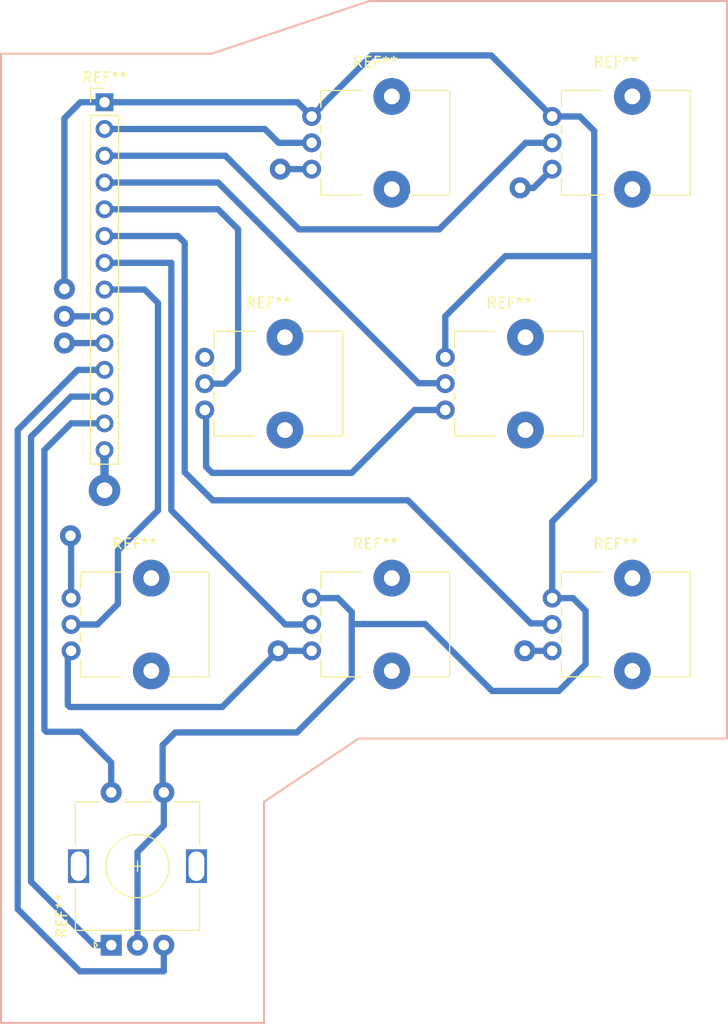
<source format=kicad_pcb>
(kicad_pcb (version 20171130) (host pcbnew "(5.0.2)-1")

  (general
    (thickness 1.6)
    (drawings 12)
    (tracks 129)
    (zones 0)
    (modules 9)
    (nets 1)
  )

  (page User 162.001 119.99)
  (layers
    (0 F.Cu signal hide)
    (31 B.Cu signal)
    (32 B.Adhes user hide)
    (33 F.Adhes user hide)
    (34 B.Paste user hide)
    (35 F.Paste user hide)
    (36 B.SilkS user)
    (37 F.SilkS user)
    (38 B.Mask user hide)
    (39 F.Mask user hide)
    (40 Dwgs.User user hide)
    (41 Cmts.User user hide)
    (42 Eco1.User user hide)
    (43 Eco2.User user)
    (44 Edge.Cuts user hide)
    (45 Margin user hide)
    (46 B.CrtYd user hide)
    (47 F.CrtYd user hide)
    (48 B.Fab user hide)
    (49 F.Fab user hide)
  )

  (setup
    (last_trace_width 0.25)
    (user_trace_width 0.4)
    (user_trace_width 0.6)
    (user_trace_width 0.8)
    (trace_clearance 0.2)
    (zone_clearance 0.508)
    (zone_45_only no)
    (trace_min 0.2)
    (segment_width 0.2)
    (edge_width 0.15)
    (via_size 0.8)
    (via_drill 0.4)
    (via_min_size 0.4)
    (via_min_drill 0.3)
    (user_via 2 1)
    (user_via 3 1.5)
    (uvia_size 0.3)
    (uvia_drill 0.1)
    (uvias_allowed no)
    (uvia_min_size 0.2)
    (uvia_min_drill 0.1)
    (pcb_text_width 0.3)
    (pcb_text_size 1.5 1.5)
    (mod_edge_width 0.15)
    (mod_text_size 1 1)
    (mod_text_width 0.15)
    (pad_size 1.6 1.6)
    (pad_drill 1.1)
    (pad_to_mask_clearance 0.051)
    (solder_mask_min_width 0.25)
    (aux_axis_origin 0.235 120.85)
    (grid_origin 0.235 120.85)
    (visible_elements 7FFFFFFF)
    (pcbplotparams
      (layerselection 0x00010_fffffffe)
      (usegerberextensions false)
      (usegerberattributes false)
      (usegerberadvancedattributes false)
      (creategerberjobfile false)
      (excludeedgelayer true)
      (linewidth 0.100000)
      (plotframeref false)
      (viasonmask false)
      (mode 1)
      (useauxorigin true)
      (hpglpennumber 1)
      (hpglpenspeed 20)
      (hpglpendiameter 15.000000)
      (psnegative false)
      (psa4output false)
      (plotreference false)
      (plotvalue false)
      (plotinvisibletext false)
      (padsonsilk false)
      (subtractmaskfromsilk false)
      (outputformat 1)
      (mirror false)
      (drillshape 0)
      (scaleselection 1)
      (outputdirectory "./"))
  )

  (net 0 "")

  (net_class Default "Dies ist die voreingestellte Netzklasse."
    (clearance 0.2)
    (trace_width 0.25)
    (via_dia 0.8)
    (via_drill 0.4)
    (uvia_dia 0.3)
    (uvia_drill 0.1)
  )

  (module Rotary_Encoder:RotaryEncoder_Alps_EC11E-Switch_Vertical_H20mm (layer F.Cu) (tedit 5C252DC4) (tstamp 5C2572F9)
    (at 10.626358 112.144736 90)
    (descr "Alps rotary encoder, EC12E... with switch, vertical shaft, http://www.alps.com/prod/info/E/HTML/Encoder/Incremental/EC11/EC11E15204A3.html")
    (tags "rotary encoder")
    (fp_text reference REF** (at 2.8 -4.7 90) (layer F.SilkS)
      (effects (font (size 1 1) (thickness 0.15)))
    )
    (fp_text value RotaryEncoder_Alps_EC11E-Switch_Vertical_H20mm (at 7.5 10.4 90) (layer F.Fab)
      (effects (font (size 1 1) (thickness 0.15)))
    )
    (fp_circle (center 7.5 2.5) (end 10.5 2.5) (layer F.Fab) (width 0.12))
    (fp_circle (center 7.5 2.5) (end 10.5 2.5) (layer F.SilkS) (width 0.12))
    (fp_line (start 16 9.6) (end -1.5 9.6) (layer F.CrtYd) (width 0.05))
    (fp_line (start 16 9.6) (end 16 -4.6) (layer F.CrtYd) (width 0.05))
    (fp_line (start -1.5 -4.6) (end -1.5 9.6) (layer F.CrtYd) (width 0.05))
    (fp_line (start -1.5 -4.6) (end 16 -4.6) (layer F.CrtYd) (width 0.05))
    (fp_line (start 2.5 -3.3) (end 13.5 -3.3) (layer F.Fab) (width 0.12))
    (fp_line (start 13.5 -3.3) (end 13.5 8.3) (layer F.Fab) (width 0.12))
    (fp_line (start 13.5 8.3) (end 1.5 8.3) (layer F.Fab) (width 0.12))
    (fp_line (start 1.5 8.3) (end 1.5 -2.2) (layer F.Fab) (width 0.12))
    (fp_line (start 1.5 -2.2) (end 2.5 -3.3) (layer F.Fab) (width 0.12))
    (fp_line (start 9.5 -3.4) (end 13.6 -3.4) (layer F.SilkS) (width 0.12))
    (fp_line (start 13.6 8.4) (end 9.5 8.4) (layer F.SilkS) (width 0.12))
    (fp_line (start 5.5 8.4) (end 1.4 8.4) (layer F.SilkS) (width 0.12))
    (fp_line (start 5.5 -3.4) (end 1.4 -3.4) (layer F.SilkS) (width 0.12))
    (fp_line (start 1.4 -3.4) (end 1.4 8.4) (layer F.SilkS) (width 0.12))
    (fp_line (start 0 -1.3) (end -0.3 -1.6) (layer F.SilkS) (width 0.12))
    (fp_line (start -0.3 -1.6) (end 0.3 -1.6) (layer F.SilkS) (width 0.12))
    (fp_line (start 0.3 -1.6) (end 0 -1.3) (layer F.SilkS) (width 0.12))
    (fp_line (start 7.5 -0.5) (end 7.5 5.5) (layer F.Fab) (width 0.12))
    (fp_line (start 4.5 2.5) (end 10.5 2.5) (layer F.Fab) (width 0.12))
    (fp_line (start 13.6 -3.4) (end 13.6 -1) (layer F.SilkS) (width 0.12))
    (fp_line (start 13.6 1.2) (end 13.6 3.8) (layer F.SilkS) (width 0.12))
    (fp_line (start 13.6 6) (end 13.6 8.4) (layer F.SilkS) (width 0.12))
    (fp_line (start 7.5 2) (end 7.5 3) (layer F.SilkS) (width 0.12))
    (fp_line (start 7 2.5) (end 8 2.5) (layer F.SilkS) (width 0.12))
    (fp_text user %R (at 11.1 6.3 90) (layer F.Fab)
      (effects (font (size 1 1) (thickness 0.15)))
    )
    (fp_circle (center 7.5 2.5) (end 11.3 2.5) (layer Eco2.User) (width 0.15))
    (pad A thru_hole rect (at 0 0 90) (size 2 2) (drill 1) (layers *.Cu *.Mask))
    (pad C thru_hole circle (at 0 2.5 90) (size 2 2) (drill 1) (layers *.Cu *.Mask))
    (pad B thru_hole circle (at 0 5 90) (size 2 2) (drill 1) (layers *.Cu *.Mask))
    (pad MP thru_hole rect (at 7.5 -3.1 90) (size 3.2 2) (drill oval 2.8 1.5) (layers *.Cu *.Mask))
    (pad MP thru_hole rect (at 7.5 8.1 90) (size 3.2 2) (drill oval 2.8 1.5) (layers *.Cu *.Mask))
    (pad S2 thru_hole circle (at 14.5 0 90) (size 2 2) (drill 1) (layers *.Cu *.Mask))
    (pad S1 thru_hole circle (at 14.5 5 90) (size 2 2) (drill 1) (layers *.Cu *.Mask))
    (model ${KISYS3DMOD}/Rotary_Encoder.3dshapes/RotaryEncoder_Alps_EC11E-Switch_Vertical_H20mm.wrl
      (at (xyz 0 0 0))
      (scale (xyz 1 1 1))
      (rotate (xyz 0 0 0))
    )
  )

  (module Potentiometer_THT:Potentiometer_Bourns_PTV09A-1_Single_Vertical (layer F.Cu) (tedit 5C252CBA) (tstamp 5C254DF7)
    (at 29.676358 84.204736)
    (descr "Potentiometer, vertical, Bourns PTV09A-1 Single, http://www.bourns.com/docs/Product-Datasheets/ptv09.pdf")
    (tags "Potentiometer vertical Bourns PTV09A-1 Single")
    (fp_text reference REF** (at 6.05 -10.15) (layer F.SilkS)
      (effects (font (size 1 1) (thickness 0.15)))
    )
    (fp_text value Potentiometer_Bourns_PTV09A-1_Single_Vertical (at 6.05 5.15) (layer F.Fab)
      (effects (font (size 1 1) (thickness 0.15)))
    )
    (fp_text user %R (at 2 -2.5 -270) (layer F.Fab)
      (effects (font (size 1 1) (thickness 0.15)))
    )
    (fp_line (start 13.25 -9.15) (end -1.15 -9.15) (layer F.CrtYd) (width 0.05))
    (fp_line (start 13.25 4.15) (end 13.25 -9.15) (layer F.CrtYd) (width 0.05))
    (fp_line (start -1.15 4.15) (end 13.25 4.15) (layer F.CrtYd) (width 0.05))
    (fp_line (start -1.15 -9.15) (end -1.15 4.15) (layer F.CrtYd) (width 0.05))
    (fp_line (start 13.12 -7.47) (end 13.12 2.47) (layer F.SilkS) (width 0.12))
    (fp_line (start 0.88 0.87) (end 0.88 2.47) (layer F.SilkS) (width 0.12))
    (fp_line (start 0.88 -1.629) (end 0.88 -0.87) (layer F.SilkS) (width 0.12))
    (fp_line (start 0.88 -4.129) (end 0.88 -3.37) (layer F.SilkS) (width 0.12))
    (fp_line (start 0.88 -7.47) (end 0.88 -5.871) (layer F.SilkS) (width 0.12))
    (fp_line (start 9.255 2.47) (end 13.12 2.47) (layer F.SilkS) (width 0.12))
    (fp_line (start 0.88 2.47) (end 4.745 2.47) (layer F.SilkS) (width 0.12))
    (fp_line (start 9.255 -7.47) (end 13.12 -7.47) (layer F.SilkS) (width 0.12))
    (fp_line (start 0.88 -7.47) (end 4.745 -7.47) (layer F.SilkS) (width 0.12))
    (fp_line (start 13 -7.35) (end 1 -7.35) (layer F.Fab) (width 0.1))
    (fp_line (start 13 2.35) (end 13 -7.35) (layer F.Fab) (width 0.1))
    (fp_line (start 1 2.35) (end 13 2.35) (layer F.Fab) (width 0.1))
    (fp_line (start 1 -7.35) (end 1 2.35) (layer F.Fab) (width 0.1))
    (fp_circle (center 7.493 -2.54) (end 11.176 -2.54) (layer Eco2.User) (width 0.15))
    (pad 1 thru_hole circle (at 0 0) (size 1.8 1.8) (drill 1) (layers *.Cu *.Mask))
    (pad 2 thru_hole circle (at 0 -2.5) (size 1.8 1.8) (drill 1) (layers *.Cu *.Mask))
    (pad 3 thru_hole circle (at 0 -5) (size 1.8 1.8) (drill 1) (layers *.Cu *.Mask))
    (pad 4 thru_hole circle (at 7.62 -6.9) (size 3.5 3.5) (drill 1.5) (layers *.Cu *.Mask))
    (pad 5 thru_hole circle (at 7.62 1.905) (size 3.5 3.5) (drill 1.5) (layers *.Cu *.Mask))
    (model ${KISYS3DMOD}/Potentiometer_THT.3dshapes/Potentiometer_Bourns_PTV09A-1_Single_Vertical.wrl
      (at (xyz 0 0 0))
      (scale (xyz 1 1 1))
      (rotate (xyz 0 0 0))
    )
  )

  (module Potentiometer_THT:Potentiometer_Bourns_PTV09A-1_Single_Vertical (layer F.Cu) (tedit 5C252CBA) (tstamp 5C254DC1)
    (at 52.536358 84.204736)
    (descr "Potentiometer, vertical, Bourns PTV09A-1 Single, http://www.bourns.com/docs/Product-Datasheets/ptv09.pdf")
    (tags "Potentiometer vertical Bourns PTV09A-1 Single")
    (fp_text reference REF** (at 6.05 -10.15) (layer F.SilkS)
      (effects (font (size 1 1) (thickness 0.15)))
    )
    (fp_text value Potentiometer_Bourns_PTV09A-1_Single_Vertical (at 6.05 5.15) (layer F.Fab)
      (effects (font (size 1 1) (thickness 0.15)))
    )
    (fp_circle (center 7.493 -2.54) (end 11.176 -2.54) (layer Eco2.User) (width 0.15))
    (fp_line (start 1 -7.35) (end 1 2.35) (layer F.Fab) (width 0.1))
    (fp_line (start 1 2.35) (end 13 2.35) (layer F.Fab) (width 0.1))
    (fp_line (start 13 2.35) (end 13 -7.35) (layer F.Fab) (width 0.1))
    (fp_line (start 13 -7.35) (end 1 -7.35) (layer F.Fab) (width 0.1))
    (fp_line (start 0.88 -7.47) (end 4.745 -7.47) (layer F.SilkS) (width 0.12))
    (fp_line (start 9.255 -7.47) (end 13.12 -7.47) (layer F.SilkS) (width 0.12))
    (fp_line (start 0.88 2.47) (end 4.745 2.47) (layer F.SilkS) (width 0.12))
    (fp_line (start 9.255 2.47) (end 13.12 2.47) (layer F.SilkS) (width 0.12))
    (fp_line (start 0.88 -7.47) (end 0.88 -5.871) (layer F.SilkS) (width 0.12))
    (fp_line (start 0.88 -4.129) (end 0.88 -3.37) (layer F.SilkS) (width 0.12))
    (fp_line (start 0.88 -1.629) (end 0.88 -0.87) (layer F.SilkS) (width 0.12))
    (fp_line (start 0.88 0.87) (end 0.88 2.47) (layer F.SilkS) (width 0.12))
    (fp_line (start 13.12 -7.47) (end 13.12 2.47) (layer F.SilkS) (width 0.12))
    (fp_line (start -1.15 -9.15) (end -1.15 4.15) (layer F.CrtYd) (width 0.05))
    (fp_line (start -1.15 4.15) (end 13.25 4.15) (layer F.CrtYd) (width 0.05))
    (fp_line (start 13.25 4.15) (end 13.25 -9.15) (layer F.CrtYd) (width 0.05))
    (fp_line (start 13.25 -9.15) (end -1.15 -9.15) (layer F.CrtYd) (width 0.05))
    (fp_text user %R (at 2 -2.5 -270) (layer F.Fab)
      (effects (font (size 1 1) (thickness 0.15)))
    )
    (pad 5 thru_hole circle (at 7.62 1.905) (size 3.5 3.5) (drill 1.5) (layers *.Cu *.Mask))
    (pad 4 thru_hole circle (at 7.62 -6.9) (size 3.5 3.5) (drill 1.5) (layers *.Cu *.Mask))
    (pad 3 thru_hole circle (at 0 -5) (size 1.8 1.8) (drill 1) (layers *.Cu *.Mask))
    (pad 2 thru_hole circle (at 0 -2.5) (size 1.8 1.8) (drill 1) (layers *.Cu *.Mask))
    (pad 1 thru_hole circle (at 0 0) (size 1.8 1.8) (drill 1) (layers *.Cu *.Mask))
    (model ${KISYS3DMOD}/Potentiometer_THT.3dshapes/Potentiometer_Bourns_PTV09A-1_Single_Vertical.wrl
      (at (xyz 0 0 0))
      (scale (xyz 1 1 1))
      (rotate (xyz 0 0 0))
    )
  )

  (module Potentiometer_THT:Potentiometer_Bourns_PTV09A-1_Single_Vertical (layer F.Cu) (tedit 5C252CBA) (tstamp 5C254D8B)
    (at 42.376358 61.344736)
    (descr "Potentiometer, vertical, Bourns PTV09A-1 Single, http://www.bourns.com/docs/Product-Datasheets/ptv09.pdf")
    (tags "Potentiometer vertical Bourns PTV09A-1 Single")
    (fp_text reference REF** (at 6.05 -10.15) (layer F.SilkS)
      (effects (font (size 1 1) (thickness 0.15)))
    )
    (fp_text value Potentiometer_Bourns_PTV09A-1_Single_Vertical (at 6.05 5.15) (layer F.Fab)
      (effects (font (size 1 1) (thickness 0.15)))
    )
    (fp_text user %R (at 2 -2.5 -270) (layer F.Fab)
      (effects (font (size 1 1) (thickness 0.15)))
    )
    (fp_line (start 13.25 -9.15) (end -1.15 -9.15) (layer F.CrtYd) (width 0.05))
    (fp_line (start 13.25 4.15) (end 13.25 -9.15) (layer F.CrtYd) (width 0.05))
    (fp_line (start -1.15 4.15) (end 13.25 4.15) (layer F.CrtYd) (width 0.05))
    (fp_line (start -1.15 -9.15) (end -1.15 4.15) (layer F.CrtYd) (width 0.05))
    (fp_line (start 13.12 -7.47) (end 13.12 2.47) (layer F.SilkS) (width 0.12))
    (fp_line (start 0.88 0.87) (end 0.88 2.47) (layer F.SilkS) (width 0.12))
    (fp_line (start 0.88 -1.629) (end 0.88 -0.87) (layer F.SilkS) (width 0.12))
    (fp_line (start 0.88 -4.129) (end 0.88 -3.37) (layer F.SilkS) (width 0.12))
    (fp_line (start 0.88 -7.47) (end 0.88 -5.871) (layer F.SilkS) (width 0.12))
    (fp_line (start 9.255 2.47) (end 13.12 2.47) (layer F.SilkS) (width 0.12))
    (fp_line (start 0.88 2.47) (end 4.745 2.47) (layer F.SilkS) (width 0.12))
    (fp_line (start 9.255 -7.47) (end 13.12 -7.47) (layer F.SilkS) (width 0.12))
    (fp_line (start 0.88 -7.47) (end 4.745 -7.47) (layer F.SilkS) (width 0.12))
    (fp_line (start 13 -7.35) (end 1 -7.35) (layer F.Fab) (width 0.1))
    (fp_line (start 13 2.35) (end 13 -7.35) (layer F.Fab) (width 0.1))
    (fp_line (start 1 2.35) (end 13 2.35) (layer F.Fab) (width 0.1))
    (fp_line (start 1 -7.35) (end 1 2.35) (layer F.Fab) (width 0.1))
    (fp_circle (center 7.493 -2.54) (end 11.176 -2.54) (layer Eco2.User) (width 0.15))
    (pad 1 thru_hole circle (at 0 0) (size 1.8 1.8) (drill 1) (layers *.Cu *.Mask))
    (pad 2 thru_hole circle (at 0 -2.5) (size 1.8 1.8) (drill 1) (layers *.Cu *.Mask))
    (pad 3 thru_hole circle (at 0 -5) (size 1.8 1.8) (drill 1) (layers *.Cu *.Mask))
    (pad 4 thru_hole circle (at 7.62 -6.9) (size 3.5 3.5) (drill 1.5) (layers *.Cu *.Mask))
    (pad 5 thru_hole circle (at 7.62 1.905) (size 3.5 3.5) (drill 1.5) (layers *.Cu *.Mask))
    (model ${KISYS3DMOD}/Potentiometer_THT.3dshapes/Potentiometer_Bourns_PTV09A-1_Single_Vertical.wrl
      (at (xyz 0 0 0))
      (scale (xyz 1 1 1))
      (rotate (xyz 0 0 0))
    )
  )

  (module Potentiometer_THT:Potentiometer_Bourns_PTV09A-1_Single_Vertical (layer F.Cu) (tedit 5C252CBA) (tstamp 5C254D55)
    (at 52.536358 38.484736)
    (descr "Potentiometer, vertical, Bourns PTV09A-1 Single, http://www.bourns.com/docs/Product-Datasheets/ptv09.pdf")
    (tags "Potentiometer vertical Bourns PTV09A-1 Single")
    (fp_text reference REF** (at 6.05 -10.15) (layer F.SilkS)
      (effects (font (size 1 1) (thickness 0.15)))
    )
    (fp_text value Potentiometer_Bourns_PTV09A-1_Single_Vertical (at 6.05 5.15) (layer F.Fab)
      (effects (font (size 1 1) (thickness 0.15)))
    )
    (fp_circle (center 7.493 -2.54) (end 11.176 -2.54) (layer Eco2.User) (width 0.15))
    (fp_line (start 1 -7.35) (end 1 2.35) (layer F.Fab) (width 0.1))
    (fp_line (start 1 2.35) (end 13 2.35) (layer F.Fab) (width 0.1))
    (fp_line (start 13 2.35) (end 13 -7.35) (layer F.Fab) (width 0.1))
    (fp_line (start 13 -7.35) (end 1 -7.35) (layer F.Fab) (width 0.1))
    (fp_line (start 0.88 -7.47) (end 4.745 -7.47) (layer F.SilkS) (width 0.12))
    (fp_line (start 9.255 -7.47) (end 13.12 -7.47) (layer F.SilkS) (width 0.12))
    (fp_line (start 0.88 2.47) (end 4.745 2.47) (layer F.SilkS) (width 0.12))
    (fp_line (start 9.255 2.47) (end 13.12 2.47) (layer F.SilkS) (width 0.12))
    (fp_line (start 0.88 -7.47) (end 0.88 -5.871) (layer F.SilkS) (width 0.12))
    (fp_line (start 0.88 -4.129) (end 0.88 -3.37) (layer F.SilkS) (width 0.12))
    (fp_line (start 0.88 -1.629) (end 0.88 -0.87) (layer F.SilkS) (width 0.12))
    (fp_line (start 0.88 0.87) (end 0.88 2.47) (layer F.SilkS) (width 0.12))
    (fp_line (start 13.12 -7.47) (end 13.12 2.47) (layer F.SilkS) (width 0.12))
    (fp_line (start -1.15 -9.15) (end -1.15 4.15) (layer F.CrtYd) (width 0.05))
    (fp_line (start -1.15 4.15) (end 13.25 4.15) (layer F.CrtYd) (width 0.05))
    (fp_line (start 13.25 4.15) (end 13.25 -9.15) (layer F.CrtYd) (width 0.05))
    (fp_line (start 13.25 -9.15) (end -1.15 -9.15) (layer F.CrtYd) (width 0.05))
    (fp_text user %R (at 2 -2.5 -270) (layer F.Fab)
      (effects (font (size 1 1) (thickness 0.15)))
    )
    (pad 5 thru_hole circle (at 7.62 1.905) (size 3.5 3.5) (drill 1.5) (layers *.Cu *.Mask))
    (pad 4 thru_hole circle (at 7.62 -6.9) (size 3.5 3.5) (drill 1.5) (layers *.Cu *.Mask))
    (pad 3 thru_hole circle (at 0 -5) (size 1.8 1.8) (drill 1) (layers *.Cu *.Mask))
    (pad 2 thru_hole circle (at 0 -2.5) (size 1.8 1.8) (drill 1) (layers *.Cu *.Mask))
    (pad 1 thru_hole circle (at 0 0) (size 1.8 1.8) (drill 1) (layers *.Cu *.Mask))
    (model ${KISYS3DMOD}/Potentiometer_THT.3dshapes/Potentiometer_Bourns_PTV09A-1_Single_Vertical.wrl
      (at (xyz 0 0 0))
      (scale (xyz 1 1 1))
      (rotate (xyz 0 0 0))
    )
  )

  (module Potentiometer_THT:Potentiometer_Bourns_PTV09A-1_Single_Vertical (layer F.Cu) (tedit 5C252CBA) (tstamp 5C254D1F)
    (at 29.676358 38.484736)
    (descr "Potentiometer, vertical, Bourns PTV09A-1 Single, http://www.bourns.com/docs/Product-Datasheets/ptv09.pdf")
    (tags "Potentiometer vertical Bourns PTV09A-1 Single")
    (fp_text reference REF** (at 6.05 -10.15) (layer F.SilkS)
      (effects (font (size 1 1) (thickness 0.15)))
    )
    (fp_text value Potentiometer_Bourns_PTV09A-1_Single_Vertical (at 6.05 5.15) (layer F.Fab)
      (effects (font (size 1 1) (thickness 0.15)))
    )
    (fp_text user %R (at 2 -2.5 -270) (layer F.Fab)
      (effects (font (size 1 1) (thickness 0.15)))
    )
    (fp_line (start 13.25 -9.15) (end -1.15 -9.15) (layer F.CrtYd) (width 0.05))
    (fp_line (start 13.25 4.15) (end 13.25 -9.15) (layer F.CrtYd) (width 0.05))
    (fp_line (start -1.15 4.15) (end 13.25 4.15) (layer F.CrtYd) (width 0.05))
    (fp_line (start -1.15 -9.15) (end -1.15 4.15) (layer F.CrtYd) (width 0.05))
    (fp_line (start 13.12 -7.47) (end 13.12 2.47) (layer F.SilkS) (width 0.12))
    (fp_line (start 0.88 0.87) (end 0.88 2.47) (layer F.SilkS) (width 0.12))
    (fp_line (start 0.88 -1.629) (end 0.88 -0.87) (layer F.SilkS) (width 0.12))
    (fp_line (start 0.88 -4.129) (end 0.88 -3.37) (layer F.SilkS) (width 0.12))
    (fp_line (start 0.88 -7.47) (end 0.88 -5.871) (layer F.SilkS) (width 0.12))
    (fp_line (start 9.255 2.47) (end 13.12 2.47) (layer F.SilkS) (width 0.12))
    (fp_line (start 0.88 2.47) (end 4.745 2.47) (layer F.SilkS) (width 0.12))
    (fp_line (start 9.255 -7.47) (end 13.12 -7.47) (layer F.SilkS) (width 0.12))
    (fp_line (start 0.88 -7.47) (end 4.745 -7.47) (layer F.SilkS) (width 0.12))
    (fp_line (start 13 -7.35) (end 1 -7.35) (layer F.Fab) (width 0.1))
    (fp_line (start 13 2.35) (end 13 -7.35) (layer F.Fab) (width 0.1))
    (fp_line (start 1 2.35) (end 13 2.35) (layer F.Fab) (width 0.1))
    (fp_line (start 1 -7.35) (end 1 2.35) (layer F.Fab) (width 0.1))
    (fp_circle (center 7.493 -2.54) (end 11.176 -2.54) (layer Eco2.User) (width 0.15))
    (pad 1 thru_hole circle (at 0 0) (size 1.8 1.8) (drill 1) (layers *.Cu *.Mask))
    (pad 2 thru_hole circle (at 0 -2.5) (size 1.8 1.8) (drill 1) (layers *.Cu *.Mask))
    (pad 3 thru_hole circle (at 0 -5) (size 1.8 1.8) (drill 1) (layers *.Cu *.Mask))
    (pad 4 thru_hole circle (at 7.62 -6.9) (size 3.5 3.5) (drill 1.5) (layers *.Cu *.Mask))
    (pad 5 thru_hole circle (at 7.62 1.905) (size 3.5 3.5) (drill 1.5) (layers *.Cu *.Mask))
    (model ${KISYS3DMOD}/Potentiometer_THT.3dshapes/Potentiometer_Bourns_PTV09A-1_Single_Vertical.wrl
      (at (xyz 0 0 0))
      (scale (xyz 1 1 1))
      (rotate (xyz 0 0 0))
    )
  )

  (module Potentiometer_THT:Potentiometer_Bourns_PTV09A-1_Single_Vertical (layer F.Cu) (tedit 5C252CBA) (tstamp 5C254CE9)
    (at 19.516358 61.344736)
    (descr "Potentiometer, vertical, Bourns PTV09A-1 Single, http://www.bourns.com/docs/Product-Datasheets/ptv09.pdf")
    (tags "Potentiometer vertical Bourns PTV09A-1 Single")
    (fp_text reference REF** (at 6.05 -10.15) (layer F.SilkS)
      (effects (font (size 1 1) (thickness 0.15)))
    )
    (fp_text value Potentiometer_Bourns_PTV09A-1_Single_Vertical (at 6.05 5.15) (layer F.Fab)
      (effects (font (size 1 1) (thickness 0.15)))
    )
    (fp_circle (center 7.493 -2.54) (end 11.176 -2.54) (layer Eco2.User) (width 0.15))
    (fp_line (start 1 -7.35) (end 1 2.35) (layer F.Fab) (width 0.1))
    (fp_line (start 1 2.35) (end 13 2.35) (layer F.Fab) (width 0.1))
    (fp_line (start 13 2.35) (end 13 -7.35) (layer F.Fab) (width 0.1))
    (fp_line (start 13 -7.35) (end 1 -7.35) (layer F.Fab) (width 0.1))
    (fp_line (start 0.88 -7.47) (end 4.745 -7.47) (layer F.SilkS) (width 0.12))
    (fp_line (start 9.255 -7.47) (end 13.12 -7.47) (layer F.SilkS) (width 0.12))
    (fp_line (start 0.88 2.47) (end 4.745 2.47) (layer F.SilkS) (width 0.12))
    (fp_line (start 9.255 2.47) (end 13.12 2.47) (layer F.SilkS) (width 0.12))
    (fp_line (start 0.88 -7.47) (end 0.88 -5.871) (layer F.SilkS) (width 0.12))
    (fp_line (start 0.88 -4.129) (end 0.88 -3.37) (layer F.SilkS) (width 0.12))
    (fp_line (start 0.88 -1.629) (end 0.88 -0.87) (layer F.SilkS) (width 0.12))
    (fp_line (start 0.88 0.87) (end 0.88 2.47) (layer F.SilkS) (width 0.12))
    (fp_line (start 13.12 -7.47) (end 13.12 2.47) (layer F.SilkS) (width 0.12))
    (fp_line (start -1.15 -9.15) (end -1.15 4.15) (layer F.CrtYd) (width 0.05))
    (fp_line (start -1.15 4.15) (end 13.25 4.15) (layer F.CrtYd) (width 0.05))
    (fp_line (start 13.25 4.15) (end 13.25 -9.15) (layer F.CrtYd) (width 0.05))
    (fp_line (start 13.25 -9.15) (end -1.15 -9.15) (layer F.CrtYd) (width 0.05))
    (fp_text user %R (at 2 -2.5 -270) (layer F.Fab)
      (effects (font (size 1 1) (thickness 0.15)))
    )
    (pad 5 thru_hole circle (at 7.62 1.905) (size 3.5 3.5) (drill 1.5) (layers *.Cu *.Mask))
    (pad 4 thru_hole circle (at 7.62 -6.9) (size 3.5 3.5) (drill 1.5) (layers *.Cu *.Mask))
    (pad 3 thru_hole circle (at 0 -5) (size 1.8 1.8) (drill 1) (layers *.Cu *.Mask))
    (pad 2 thru_hole circle (at 0 -2.5) (size 1.8 1.8) (drill 1) (layers *.Cu *.Mask))
    (pad 1 thru_hole circle (at 0 0) (size 1.8 1.8) (drill 1) (layers *.Cu *.Mask))
    (model ${KISYS3DMOD}/Potentiometer_THT.3dshapes/Potentiometer_Bourns_PTV09A-1_Single_Vertical.wrl
      (at (xyz 0 0 0))
      (scale (xyz 1 1 1))
      (rotate (xyz 0 0 0))
    )
  )

  (module Potentiometer_THT:Potentiometer_Bourns_PTV09A-1_Single_Vertical (layer F.Cu) (tedit 5C252CBA) (tstamp 5C25724D)
    (at 6.816358 84.204736)
    (descr "Potentiometer, vertical, Bourns PTV09A-1 Single, http://www.bourns.com/docs/Product-Datasheets/ptv09.pdf")
    (tags "Potentiometer vertical Bourns PTV09A-1 Single")
    (fp_text reference REF** (at 6.05 -10.15) (layer F.SilkS)
      (effects (font (size 1 1) (thickness 0.15)))
    )
    (fp_text value Potentiometer_Bourns_PTV09A-1_Single_Vertical (at 6.05 5.15) (layer F.Fab)
      (effects (font (size 1 1) (thickness 0.15)))
    )
    (fp_text user %R (at 2 -2.5 -270) (layer F.Fab)
      (effects (font (size 1 1) (thickness 0.15)))
    )
    (fp_line (start 13.25 -9.15) (end -1.15 -9.15) (layer F.CrtYd) (width 0.05))
    (fp_line (start 13.25 4.15) (end 13.25 -9.15) (layer F.CrtYd) (width 0.05))
    (fp_line (start -1.15 4.15) (end 13.25 4.15) (layer F.CrtYd) (width 0.05))
    (fp_line (start -1.15 -9.15) (end -1.15 4.15) (layer F.CrtYd) (width 0.05))
    (fp_line (start 13.12 -7.47) (end 13.12 2.47) (layer F.SilkS) (width 0.12))
    (fp_line (start 0.88 0.87) (end 0.88 2.47) (layer F.SilkS) (width 0.12))
    (fp_line (start 0.88 -1.629) (end 0.88 -0.87) (layer F.SilkS) (width 0.12))
    (fp_line (start 0.88 -4.129) (end 0.88 -3.37) (layer F.SilkS) (width 0.12))
    (fp_line (start 0.88 -7.47) (end 0.88 -5.871) (layer F.SilkS) (width 0.12))
    (fp_line (start 9.255 2.47) (end 13.12 2.47) (layer F.SilkS) (width 0.12))
    (fp_line (start 0.88 2.47) (end 4.745 2.47) (layer F.SilkS) (width 0.12))
    (fp_line (start 9.255 -7.47) (end 13.12 -7.47) (layer F.SilkS) (width 0.12))
    (fp_line (start 0.88 -7.47) (end 4.745 -7.47) (layer F.SilkS) (width 0.12))
    (fp_line (start 13 -7.35) (end 1 -7.35) (layer F.Fab) (width 0.1))
    (fp_line (start 13 2.35) (end 13 -7.35) (layer F.Fab) (width 0.1))
    (fp_line (start 1 2.35) (end 13 2.35) (layer F.Fab) (width 0.1))
    (fp_line (start 1 -7.35) (end 1 2.35) (layer F.Fab) (width 0.1))
    (fp_circle (center 7.493 -2.54) (end 11.176 -2.54) (layer Eco2.User) (width 0.15))
    (pad 1 thru_hole circle (at 0 0) (size 1.8 1.8) (drill 1) (layers *.Cu *.Mask))
    (pad 2 thru_hole circle (at 0 -2.5) (size 1.8 1.8) (drill 1) (layers *.Cu *.Mask))
    (pad 3 thru_hole circle (at 0 -5) (size 1.8 1.8) (drill 1) (layers *.Cu *.Mask))
    (pad 4 thru_hole circle (at 7.62 -6.9) (size 3.5 3.5) (drill 1.5) (layers *.Cu *.Mask))
    (pad 5 thru_hole circle (at 7.62 1.905) (size 3.5 3.5) (drill 1.5) (layers *.Cu *.Mask))
    (model ${KISYS3DMOD}/Potentiometer_THT.3dshapes/Potentiometer_Bourns_PTV09A-1_Single_Vertical.wrl
      (at (xyz 0 0 0))
      (scale (xyz 1 1 1))
      (rotate (xyz 0 0 0))
    )
  )

  (module Connector_PinHeader_2.54mm:PinHeader_1x14_P2.54mm_Vertical (layer F.Cu) (tedit 5C22A3DB) (tstamp 5C256EE4)
    (at 9.991358 32.134736)
    (descr "Through hole straight pin header, 1x14, 2.54mm pitch, single row")
    (tags "Through hole pin header THT 1x14 2.54mm single row")
    (fp_text reference REF** (at 0 -2.33) (layer F.SilkS)
      (effects (font (size 1 1) (thickness 0.15)))
    )
    (fp_text value PinHeader_1x14_P2.54mm_Vertical (at 0 35.35) (layer F.Fab)
      (effects (font (size 1 1) (thickness 0.15)))
    )
    (fp_text user %R (at 0 16.51 -270) (layer F.Fab)
      (effects (font (size 1 1) (thickness 0.15)))
    )
    (fp_line (start 1.8 -1.8) (end -1.8 -1.8) (layer F.CrtYd) (width 0.05))
    (fp_line (start 1.8 34.8) (end 1.8 -1.8) (layer F.CrtYd) (width 0.05))
    (fp_line (start -1.8 34.8) (end 1.8 34.8) (layer F.CrtYd) (width 0.05))
    (fp_line (start -1.8 -1.8) (end -1.8 34.8) (layer F.CrtYd) (width 0.05))
    (fp_line (start -1.33 -1.33) (end 0 -1.33) (layer F.SilkS) (width 0.12))
    (fp_line (start -1.33 0) (end -1.33 -1.33) (layer F.SilkS) (width 0.12))
    (fp_line (start -1.33 1.27) (end 1.33 1.27) (layer F.SilkS) (width 0.12))
    (fp_line (start 1.33 1.27) (end 1.33 34.35) (layer F.SilkS) (width 0.12))
    (fp_line (start -1.33 1.27) (end -1.33 34.35) (layer F.SilkS) (width 0.12))
    (fp_line (start -1.33 34.35) (end 1.33 34.35) (layer F.SilkS) (width 0.12))
    (fp_line (start -1.27 -0.635) (end -0.635 -1.27) (layer F.Fab) (width 0.1))
    (fp_line (start -1.27 34.29) (end -1.27 -0.635) (layer F.Fab) (width 0.1))
    (fp_line (start 1.27 34.29) (end -1.27 34.29) (layer F.Fab) (width 0.1))
    (fp_line (start 1.27 -1.27) (end 1.27 34.29) (layer F.Fab) (width 0.1))
    (fp_line (start -0.635 -1.27) (end 1.27 -1.27) (layer F.Fab) (width 0.1))
    (pad VDD thru_hole oval (at 0 33.02) (size 1.7 1.7) (drill 1) (layers *.Cu *.Mask))
    (pad S thru_hole oval (at 0 30.48) (size 1.7 1.7) (drill 1) (layers *.Cu *.Mask))
    (pad A thru_hole oval (at 0 27.94) (size 1.7 1.7) (drill 1) (layers *.Cu *.Mask))
    (pad B thru_hole oval (at 0 25.4) (size 1.7 1.7) (drill 1) (layers *.Cu *.Mask))
    (pad SW1 thru_hole oval (at 0 22.86) (size 1.7 1.7) (drill 1) (layers *.Cu *.Mask))
    (pad SW2 thru_hole oval (at 0 20.32) (size 1.7 1.7) (drill 1) (layers *.Cu *.Mask))
    (pad P1 thru_hole oval (at 0 17.78) (size 1.7 1.7) (drill 1) (layers *.Cu *.Mask))
    (pad P2 thru_hole oval (at 0 15.24) (size 1.7 1.7) (drill 1) (layers *.Cu *.Mask))
    (pad P3 thru_hole oval (at 0 12.7) (size 1.7 1.7) (drill 1) (layers *.Cu *.Mask))
    (pad P4 thru_hole oval (at 0 10.16) (size 1.7 1.7) (drill 1) (layers *.Cu *.Mask))
    (pad P5 thru_hole oval (at 0 7.62) (size 1.7 1.7) (drill 1) (layers *.Cu *.Mask))
    (pad P6 thru_hole oval (at 0 5.08) (size 1.7 1.7) (drill 1) (layers *.Cu *.Mask))
    (pad P7 thru_hole oval (at 0 2.54) (size 1.7 1.7) (drill 1) (layers *.Cu *.Mask))
    (pad GND thru_hole rect (at 0 0) (size 1.7 1.7) (drill 1) (layers *.Cu *.Mask))
    (model ${KISYS3DMOD}/Connector_PinHeader_2.54mm.3dshapes/PinHeader_1x14_P2.54mm_Vertical.wrl
      (at (xyz 0 0 0))
      (scale (xyz 1 1 1))
      (rotate (xyz 0 0 0))
    )
  )

  (gr_line (start 25.156358 98.529736) (end 34.156358 92.529736) (layer B.SilkS) (width 0.2) (tstamp 5C257098))
  (gr_line (start 25.156358 119.529736) (end 25.156358 98.529736) (layer B.SilkS) (width 0.2) (tstamp 5C257095))
  (gr_line (start 0.156358 119.529736) (end 0.156358 106.529736) (layer B.SilkS) (width 0.2) (tstamp 5C25708C))
  (gr_line (start 25.156358 119.529736) (end 0.156358 119.529736) (layer B.SilkS) (width 0.2) (tstamp 5C257092))
  (gr_line (start 69.156358 92.529736) (end 34.156358 92.529736) (layer B.SilkS) (width 0.2) (tstamp 5C25707D))
  (gr_line (start 69.156358 22.529736) (end 69.156358 92.529736) (layer B.SilkS) (width 0.2) (tstamp 5C257089))
  (gr_line (start 35.156358 22.529736) (end 69.156358 22.529736) (layer B.SilkS) (width 0.2) (tstamp 5C257083))
  (gr_line (start 20.156358 27.529736) (end 35.156358 22.529736) (layer B.SilkS) (width 0.2) (tstamp 5C25708F))
  (gr_line (start 0.156358 27.529736) (end 20.156358 27.529736) (layer B.SilkS) (width 0.2) (tstamp 5C257086))
  (gr_line (start 0.156358 109.529736) (end 0.156358 27.529736) (layer B.SilkS) (width 0.2) (tstamp 5C257080))
  (gr_poly (pts (xy 390 172) (xy 390 228) (xy 472 228) (xy 472 172)) (layer B.Mask) (width 0.15) (tstamp 5C2A1A54))
  (gr_poly (pts (xy 130 138) (xy 130 263) (xy 390 263) (xy 390 138)) (layer B.Mask) (width 0.15) (tstamp 5C2AAE5C))

  (segment (start 28.326358 32.134736) (end 29.676358 33.484736) (width 0.6) (layer B.Cu) (net 0) (tstamp 5C25704A))
  (segment (start 9.991358 32.134736) (end 28.326358 32.134736) (width 0.6) (layer B.Cu) (net 0) (tstamp 5C257002))
  (segment (start 30.576357 32.584737) (end 30.576357 32.504737) (width 0.6) (layer B.Cu) (net 0) (tstamp 5C256FFF))
  (segment (start 29.676358 33.484736) (end 30.576357 32.584737) (width 0.6) (layer B.Cu) (net 0) (tstamp 5C256FFC))
  (segment (start 30.576357 32.504737) (end 35.391358 27.689736) (width 0.6) (layer B.Cu) (net 0) (tstamp 5C256FF3))
  (segment (start 46.741358 27.689736) (end 52.536358 33.484736) (width 0.6) (layer B.Cu) (net 0) (tstamp 5C256FED))
  (segment (start 35.391358 27.689736) (end 46.741358 27.689736) (width 0.6) (layer B.Cu) (net 0) (tstamp 5C257017))
  (segment (start 29.676358 35.984736) (end 26.541358 35.984736) (width 0.6) (layer B.Cu) (net 0) (tstamp 5C257047))
  (segment (start 25.231358 34.674736) (end 9.991358 34.674736) (width 0.6) (layer B.Cu) (net 0) (tstamp 5C256FF9))
  (segment (start 26.541358 35.984736) (end 25.231358 34.674736) (width 0.6) (layer B.Cu) (net 0) (tstamp 5C256FF6))
  (segment (start 19.516358 58.844736) (end 21.381358 58.844736) (width 0.6) (layer B.Cu) (net 0) (tstamp 5C257023))
  (segment (start 21.381358 58.844736) (end 22.691358 57.534736) (width 0.6) (layer B.Cu) (net 0) (tstamp 5C25702F))
  (segment (start 22.691358 57.534736) (end 22.691358 44.199736) (width 0.6) (layer B.Cu) (net 0) (tstamp 5C257038))
  (segment (start 20.786358 42.294736) (end 9.991358 42.294736) (width 0.6) (layer B.Cu) (net 0) (tstamp 5C257035))
  (segment (start 22.691358 44.199736) (end 20.786358 42.294736) (width 0.6) (layer B.Cu) (net 0) (tstamp 5C25701A))
  (segment (start 29.676358 81.704736) (end 27.176358 81.704736) (width 0.6) (layer B.Cu) (net 0) (tstamp 5C256FA8))
  (segment (start 27.176358 81.704736) (end 16.341358 70.869736) (width 0.6) (layer B.Cu) (net 0) (tstamp 5C256F96))
  (segment (start 16.341358 70.869736) (end 16.341358 47.374736) (width 0.6) (layer B.Cu) (net 0) (tstamp 5C256F63))
  (segment (start 16.341358 47.374736) (end 9.991358 47.374736) (width 0.6) (layer B.Cu) (net 0) (tstamp 5C256FC0))
  (segment (start 6.816358 81.704736) (end 9.316358 81.704736) (width 0.6) (layer B.Cu) (net 0) (tstamp 5C256F60))
  (segment (start 9.316358 81.704736) (end 11.261358 79.759736) (width 0.6) (layer B.Cu) (net 0) (tstamp 5C256FCF))
  (segment (start 11.261358 79.759736) (end 11.261358 74.679736) (width 0.6) (layer B.Cu) (net 0) (tstamp 5C256F4E))
  (segment (start 11.261358 74.679736) (end 15.071358 70.869736) (width 0.6) (layer B.Cu) (net 0) (tstamp 5C256F99))
  (segment (start 15.071358 70.869736) (end 15.071358 51.184736) (width 0.6) (layer B.Cu) (net 0) (tstamp 5C256FBA))
  (segment (start 13.801358 49.914736) (end 9.991358 49.914736) (width 0.6) (layer B.Cu) (net 0) (tstamp 5C256FB4))
  (segment (start 15.071358 51.184736) (end 13.801358 49.914736) (width 0.6) (layer B.Cu) (net 0) (tstamp 5C256F93))
  (segment (start 52.536358 79.204736) (end 54.521358 79.204736) (width 0.6) (layer B.Cu) (net 0) (tstamp 5C256F33))
  (segment (start 54.521358 79.204736) (end 55.711358 80.394736) (width 0.6) (layer B.Cu) (net 0) (tstamp 5C256FD2))
  (segment (start 55.711358 80.394736) (end 55.711358 85.474736) (width 0.6) (layer B.Cu) (net 0) (tstamp 5C256F2A))
  (segment (start 55.711358 85.474736) (end 53.171358 88.014736) (width 0.6) (layer B.Cu) (net 0) (tstamp 5C256FE7))
  (segment (start 53.171358 88.014736) (end 46.821358 88.014736) (width 0.6) (layer B.Cu) (net 0) (tstamp 5C256FE4))
  (segment (start 46.821358 88.014736) (end 40.471358 81.664736) (width 0.6) (layer B.Cu) (net 0) (tstamp 5C256FE1))
  (segment (start 40.471358 81.664736) (end 34.756358 81.664736) (width 0.6) (layer B.Cu) (net 0) (tstamp 5C256FDE))
  (segment (start 13.126358 112.144736) (end 13.126358 103.294736) (width 0.6) (layer B.Cu) (net 0) (tstamp 5C256FB1))
  (segment (start 15.626358 100.794736) (end 15.626358 97.644736) (width 0.6) (layer B.Cu) (net 0) (tstamp 5C256F9F))
  (segment (start 13.126358 103.294736) (end 15.626358 100.794736) (width 0.6) (layer B.Cu) (net 0) (tstamp 5C256F81))
  (segment (start 9.991358 54.994736) (end 6.181358 54.994736) (width 0.6) (layer B.Cu) (net 0) (tstamp 5C256FAB))
  (segment (start 6.181358 52.454736) (end 6.181358 52.454736) (width 0.6) (layer B.Cu) (net 0) (tstamp 5C256F78))
  (via (at 9.991358 68.964736) (size 3) (drill 1.5) (layers F.Cu B.Cu) (net 0) (tstamp 5C25709B))
  (segment (start 9.991358 68.964736) (end 9.991358 65.154736) (width 0.8) (layer B.Cu) (net 0) (tstamp 5C256F27))
  (segment (start 6.181358 54.994736) (end 6.181358 54.994736) (width 0.6) (layer B.Cu) (net 0) (tstamp 5C252C20))
  (via (at 6.181358 54.994736) (size 2) (drill 1) (layers F.Cu B.Cu) (net 0))
  (segment (start 6.181358 52.454736) (end 9.991358 52.454736) (width 0.6) (layer B.Cu) (net 0) (tstamp 5C252C22))
  (via (at 6.181358 52.454736) (size 2) (drill 1) (layers F.Cu B.Cu) (net 0))
  (via (at 6.181358 49.851236) (size 2) (drill 1) (layers F.Cu B.Cu) (net 0))
  (segment (start 6.181358 49.851236) (end 6.181358 33.658736) (width 0.6) (layer B.Cu) (net 0))
  (segment (start 7.705358 32.134736) (end 9.991358 32.134736) (width 0.6) (layer B.Cu) (net 0))
  (segment (start 6.181358 33.658736) (end 7.705358 32.134736) (width 0.6) (layer B.Cu) (net 0))
  (segment (start 42.376358 52.454736) (end 42.376358 56.344736) (width 0.6) (layer B.Cu) (net 0))
  (segment (start 56.282858 46.739736) (end 48.091358 46.739736) (width 0.6) (layer B.Cu) (net 0))
  (segment (start 48.091358 46.739736) (end 42.376358 52.454736) (width 0.6) (layer B.Cu) (net 0))
  (segment (start 20.786358 39.754736) (end 9.991358 39.754736) (width 0.6) (layer B.Cu) (net 0))
  (segment (start 39.836358 58.804736) (end 20.786358 39.754736) (width 0.6) (layer B.Cu) (net 0))
  (segment (start 42.376358 58.844736) (end 42.336358 58.804736) (width 0.6) (layer B.Cu) (net 0))
  (segment (start 42.336358 58.804736) (end 39.836358 58.804736) (width 0.6) (layer B.Cu) (net 0))
  (segment (start 16.976358 44.834736) (end 9.991358 44.834736) (width 0.6) (layer B.Cu) (net 0))
  (segment (start 52.432858 81.601236) (end 50.504358 81.601236) (width 0.6) (layer B.Cu) (net 0))
  (segment (start 52.536358 81.704736) (end 52.432858 81.601236) (width 0.6) (layer B.Cu) (net 0))
  (segment (start 50.504358 81.601236) (end 38.820358 69.917236) (width 0.6) (layer B.Cu) (net 0))
  (segment (start 17.611358 45.469736) (end 16.976358 44.834736) (width 0.6) (layer B.Cu) (net 0))
  (segment (start 38.820358 69.917236) (end 20.278358 69.917236) (width 0.6) (layer B.Cu) (net 0))
  (segment (start 20.278358 69.917236) (end 17.611358 67.250236) (width 0.6) (layer B.Cu) (net 0))
  (segment (start 17.611358 67.250236) (end 17.611358 45.469736) (width 0.6) (layer B.Cu) (net 0))
  (segment (start 32.136358 79.204736) (end 29.676358 79.204736) (width 0.6) (layer B.Cu) (net 0))
  (segment (start 32.152858 79.188236) (end 32.136358 79.204736) (width 0.6) (layer B.Cu) (net 0))
  (segment (start 34.756358 81.664736) (end 34.629358 81.664736) (width 0.6) (layer B.Cu) (net 0))
  (segment (start 33.486358 81.664736) (end 34.756358 81.664736) (width 0.6) (layer B.Cu) (net 0))
  (segment (start 33.486358 80.521736) (end 32.152858 79.188236) (width 0.6) (layer B.Cu) (net 0))
  (segment (start 33.486358 81.664736) (end 33.486358 80.521736) (width 0.6) (layer B.Cu) (net 0))
  (segment (start 33.486358 86.744736) (end 33.486358 81.664736) (width 0.6) (layer B.Cu) (net 0))
  (segment (start 28.279358 91.951736) (end 33.486358 86.744736) (width 0.6) (layer B.Cu) (net 0))
  (segment (start 16.722358 91.951736) (end 28.279358 91.951736) (width 0.6) (layer B.Cu) (net 0))
  (segment (start 15.515858 93.158236) (end 16.722358 91.951736) (width 0.6) (layer B.Cu) (net 0))
  (segment (start 15.626358 97.644736) (end 15.515858 97.534236) (width 0.6) (layer B.Cu) (net 0))
  (segment (start 15.515858 97.534236) (end 15.515858 93.158236) (width 0.6) (layer B.Cu) (net 0))
  (segment (start 6.816358 60.074736) (end 9.991358 60.074736) (width 0.6) (layer B.Cu) (net 0))
  (segment (start 3.006358 63.884736) (end 6.816358 60.074736) (width 0.6) (layer B.Cu) (net 0))
  (segment (start 3.006358 106.124736) (end 3.006358 63.884736) (width 0.6) (layer B.Cu) (net 0))
  (segment (start 10.626358 112.144736) (end 9.026358 112.144736) (width 0.6) (layer B.Cu) (net 0))
  (segment (start 9.026358 112.144736) (end 3.006358 106.124736) (width 0.6) (layer B.Cu) (net 0))
  (segment (start 6.816358 62.614736) (end 9.991358 62.614736) (width 0.6) (layer B.Cu) (net 0))
  (segment (start 10.626358 94.809236) (end 7.705358 91.888236) (width 0.6) (layer B.Cu) (net 0))
  (segment (start 10.626358 97.644736) (end 10.626358 94.809236) (width 0.6) (layer B.Cu) (net 0))
  (segment (start 7.705358 91.888236) (end 4.466858 91.888236) (width 0.6) (layer B.Cu) (net 0))
  (segment (start 4.466858 91.888236) (end 4.276358 91.697736) (width 0.6) (layer B.Cu) (net 0))
  (segment (start 4.276358 91.697736) (end 4.276358 65.154736) (width 0.6) (layer B.Cu) (net 0))
  (segment (start 4.276358 65.154736) (end 6.816358 62.614736) (width 0.6) (layer B.Cu) (net 0))
  (segment (start 7.451358 57.534736) (end 9.991358 57.534736) (width 0.6) (layer B.Cu) (net 0))
  (segment (start 15.626358 114.604736) (end 15.609858 114.621236) (width 0.6) (layer B.Cu) (net 0))
  (segment (start 15.626358 112.144736) (end 15.626358 114.604736) (width 0.6) (layer B.Cu) (net 0))
  (segment (start 7.641858 114.621236) (end 1.736358 108.715736) (width 0.6) (layer B.Cu) (net 0))
  (segment (start 15.609858 114.621236) (end 7.641858 114.621236) (width 0.6) (layer B.Cu) (net 0))
  (segment (start 1.736358 108.715736) (end 1.736358 63.249736) (width 0.6) (layer B.Cu) (net 0))
  (segment (start 1.736358 63.249736) (end 7.451358 57.534736) (width 0.6) (layer B.Cu) (net 0))
  (via (at 49.932858 84.204736) (size 2) (drill 1) (layers F.Cu B.Cu) (net 0))
  (segment (start 26.501358 84.204736) (end 26.501358 84.204736) (width 0.6) (layer B.Cu) (net 0))
  (segment (start 26.501358 84.204736) (end 29.676358 84.204736) (width 0.6) (layer B.Cu) (net 0) (tstamp 5C253A3D))
  (via (at 26.501358 84.204736) (size 2) (drill 1) (layers F.Cu B.Cu) (net 0))
  (via (at 26.691858 38.484736) (size 2) (drill 1) (layers F.Cu B.Cu) (net 0))
  (via (at 49.488358 40.262736) (size 2) (drill 1) (layers F.Cu B.Cu) (net 0))
  (segment (start 21.230858 37.214736) (end 9.991358 37.214736) (width 0.6) (layer B.Cu) (net 0))
  (segment (start 21.484858 37.214736) (end 21.230858 37.214736) (width 0.6) (layer B.Cu) (net 0))
  (segment (start 28.469858 44.199736) (end 21.484858 37.214736) (width 0.6) (layer B.Cu) (net 0))
  (segment (start 41.804858 44.199736) (end 28.469858 44.199736) (width 0.6) (layer B.Cu) (net 0))
  (segment (start 52.536358 35.984736) (end 50.019858 35.984736) (width 0.6) (layer B.Cu) (net 0))
  (segment (start 50.019858 35.984736) (end 41.804858 44.199736) (width 0.6) (layer B.Cu) (net 0))
  (segment (start 29.676358 38.484736) (end 26.691858 38.484736) (width 0.6) (layer B.Cu) (net 0))
  (segment (start 50.758358 40.262736) (end 52.536358 38.484736) (width 0.6) (layer B.Cu) (net 0))
  (segment (start 49.488358 40.262736) (end 50.758358 40.262736) (width 0.6) (layer B.Cu) (net 0))
  (segment (start 52.536358 84.204736) (end 49.932858 84.204736) (width 0.6) (layer B.Cu) (net 0))
  (via (at 6.752858 73.282736) (size 2) (drill 1) (layers F.Cu B.Cu) (net 0))
  (segment (start 6.816358 73.346236) (end 6.752858 73.282736) (width 0.6) (layer B.Cu) (net 0))
  (segment (start 6.816358 79.204736) (end 6.816358 73.346236) (width 0.6) (layer B.Cu) (net 0))
  (segment (start 39.455358 61.344736) (end 42.376358 61.344736) (width 0.6) (layer B.Cu) (net 0))
  (segment (start 33.486358 67.313736) (end 39.455358 61.344736) (width 0.6) (layer B.Cu) (net 0))
  (segment (start 20.214858 67.313736) (end 33.486358 67.313736) (width 0.6) (layer B.Cu) (net 0))
  (segment (start 19.643358 66.742236) (end 20.214858 67.313736) (width 0.6) (layer B.Cu) (net 0))
  (segment (start 19.516358 61.344736) (end 19.643358 61.471736) (width 0.6) (layer B.Cu) (net 0))
  (segment (start 19.643358 61.471736) (end 19.643358 66.742236) (width 0.6) (layer B.Cu) (net 0))
  (segment (start 21.167358 89.538736) (end 26.501358 84.204736) (width 0.6) (layer B.Cu) (net 0))
  (segment (start 6.689358 89.538736) (end 21.167358 89.538736) (width 0.6) (layer B.Cu) (net 0))
  (segment (start 6.498858 89.348236) (end 6.689358 89.538736) (width 0.6) (layer B.Cu) (net 0))
  (segment (start 6.816358 84.204736) (end 6.498858 84.522236) (width 0.6) (layer B.Cu) (net 0))
  (segment (start 6.498858 84.522236) (end 6.498858 89.348236) (width 0.6) (layer B.Cu) (net 0))
  (segment (start 55.156358 33.484736) (end 52.536358 33.484736) (width 0.6) (layer B.Cu) (net 0))
  (segment (start 56.536858 34.865236) (end 55.156358 33.484736) (width 0.6) (layer B.Cu) (net 0))
  (segment (start 56.536858 67.948736) (end 56.536858 34.865236) (width 0.6) (layer B.Cu) (net 0))
  (segment (start 52.536358 79.204736) (end 52.536358 71.949236) (width 0.6) (layer B.Cu) (net 0))
  (segment (start 52.536358 71.949236) (end 56.536858 67.948736) (width 0.6) (layer B.Cu) (net 0))

)

</source>
